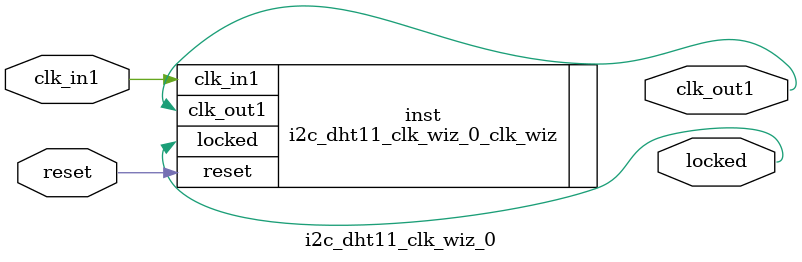
<source format=v>


`timescale 1ps/1ps

(* CORE_GENERATION_INFO = "i2c_dht11_clk_wiz_0,clk_wiz_v6_0_15_0_0,{component_name=i2c_dht11_clk_wiz_0,use_phase_alignment=true,use_min_o_jitter=false,use_max_i_jitter=false,use_dyn_phase_shift=false,use_inclk_switchover=false,use_dyn_reconfig=false,enable_axi=0,feedback_source=FDBK_AUTO,PRIMITIVE=MMCM,num_out_clk=1,clkin1_period=10.000,clkin2_period=10.000,use_power_down=false,use_reset=true,use_locked=true,use_inclk_stopped=false,feedback_type=SINGLE,CLOCK_MGR_TYPE=NA,manual_override=false}" *)

module i2c_dht11_clk_wiz_0 
 (
  // Clock out ports
  output        clk_out1,
  // Status and control signals
  input         reset,
  output        locked,
 // Clock in ports
  input         clk_in1
 );

  i2c_dht11_clk_wiz_0_clk_wiz inst
  (
  // Clock out ports  
  .clk_out1(clk_out1),
  // Status and control signals               
  .reset(reset), 
  .locked(locked),
 // Clock in ports
  .clk_in1(clk_in1)
  );

endmodule

</source>
